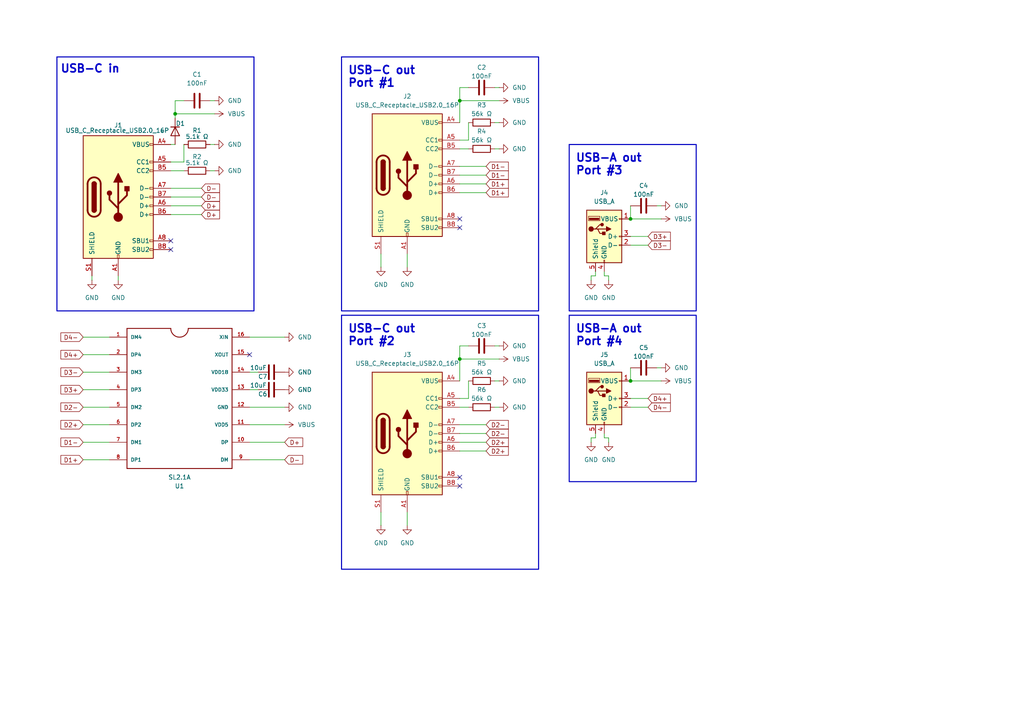
<source format=kicad_sch>
(kicad_sch (version 20250114) (generator "eeschema") (generator_version "9.0")
  (paper "A4")
  (lib_symbols
    (symbol "Connector:USB_A" (pin_names (offset 1.016))
      (property "Reference" "J" (at -5.08 11.43 0))
      (property "Value" "USB_A" (at -5.08 8.89 0))
      (symbol "USB_A_0_1"
        (rectangle (start -5.08 -7.62) (end 5.08 7.62) (stroke (width 0.254)) (fill (type background)))
        (circle (center -3.81 2.159) (radius 0.635) (stroke (width 0.254)) (fill (type outline)))
        (polyline (pts (xy -3.175 2.159) (xy -2.54 2.159) (xy -1.27 3.429) (xy -0.635 3.429)) (stroke (width 0.254)))
        (polyline (pts (xy -2.54 2.159) (xy -1.905 2.159) (xy -1.27 0.889) (xy 0 0.889)) (stroke (width 0.254)))
        (rectangle (start -1.524 4.826) (end -4.318 5.334) (fill (type outline)))
        (rectangle (start -1.27 4.572) (end -4.572 5.842))
        (circle (center -0.635 3.429) (radius 0.381) (stroke (width 0.254)) (fill (type outline)))
        (rectangle (start -0.127 -7.62) (end 0.127 -6.858))
        (rectangle (start 0.254 1.27) (end -0.508 0.508) (stroke (width 0.254)) (fill (type outline)))
        (polyline (pts (xy 0.635 2.794) (xy 0.635 1.524) (xy 1.905 2.159) (xy 0.635 2.794)) (stroke (width 0.254)) (fill (type outline)))
        (rectangle (start 5.08 4.953) (end 4.318 5.207))
        (rectangle (start 5.08 -0.127) (end 4.318 0.127))
        (rectangle (start 5.08 -2.667) (end 4.318 -2.413))
      )
      (symbol "USB_A_1_1"
        (polyline (pts (xy -1.905 2.159) (xy 0.635 2.159)) (stroke (width 0.254)))
        (pin passive line (at -2.54 -10.16 90) (length 2.54) (name "Shield") (number "5"))
        (pin power_in line (at 0 -10.16 90) (length 2.54) (name "GND") (number "4"))
        (pin power_in line (at 7.62 5.08 180) (length 2.54) (name "VBUS") (number "1"))
        (pin bidirectional line (at 7.62 0 180) (length 2.54) (name "D+") (number "3"))
        (pin bidirectional line (at 7.62 -2.54 180) (length 2.54) (name "D-") (number "2"))
      )
    )
    (symbol "Connector:USB_C_Receptacle_USB2.0_16P" (pin_names (offset 1.016))
      (property "Reference" "J" (at 0 22.225 0))
      (property "Value" "USB_C_Receptacle_USB2.0_16P" (at 0 19.685 0))
      (symbol "USB_C_Receptacle_USB2.0_16P_0_0"
        (rectangle (start -0.254 -17.78) (end 0.254 -16.764))
        (rectangle (start 10.16 15.494) (end 9.144 14.986))
        (rectangle (start 10.16 10.414) (end 9.144 9.906))
        (rectangle (start 10.16 7.874) (end 9.144 7.366))
        (rectangle (start 10.16 2.794) (end 9.144 2.286))
        (rectangle (start 10.16 0.254) (end 9.144 -0.254))
        (rectangle (start 10.16 -2.286) (end 9.144 -2.794))
        (rectangle (start 10.16 -4.826) (end 9.144 -5.334))
        (rectangle (start 10.16 -12.446) (end 9.144 -12.954))
        (rectangle (start 10.16 -14.986) (end 9.144 -15.494))
      )
      (symbol "USB_C_Receptacle_USB2.0_16P_0_1"
        (rectangle (start -10.16 17.78) (end 10.16 -17.78) (stroke (width 0.254)) (fill (type background)))
        (polyline (pts (xy -8.89 -3.81) (xy -8.89 3.81)) (stroke (width 0.508)))
        (rectangle (start -7.62 -3.81) (end -6.35 3.81) (stroke (width 0.254)) (fill (type outline)))
        (arc (start -7.62 3.81) (mid -6.985 4.4423) (end -6.35 3.81) (stroke (width 0.254)))
        (arc (start -7.62 3.81) (mid -6.985 4.4423) (end -6.35 3.81) (stroke (width 0.254)) (fill (type outline)))
        (arc (start -8.89 3.81) (mid -6.985 5.7067) (end -5.08 3.81) (stroke (width 0.508)))
        (arc (start -5.08 -3.81) (mid -6.985 -5.7067) (end -8.89 -3.81) (stroke (width 0.508)))
        (arc (start -6.35 -3.81) (mid -6.985 -4.4423) (end -7.62 -3.81) (stroke (width 0.254)))
        (arc (start -6.35 -3.81) (mid -6.985 -4.4423) (end -7.62 -3.81) (stroke (width 0.254)) (fill (type outline)))
        (polyline (pts (xy -5.08 3.81) (xy -5.08 -3.81)) (stroke (width 0.508)))
        (circle (center -2.54 1.143) (radius 0.635) (stroke (width 0.254)) (fill (type outline)))
        (polyline (pts (xy -1.27 4.318) (xy 0 6.858) (xy 1.27 4.318) (xy -1.27 4.318)) (stroke (width 0.254)) (fill (type outline)))
        (polyline (pts (xy 0 -2.032) (xy 2.54 0.508) (xy 2.54 1.778)) (stroke (width 0.508)))
        (polyline (pts (xy 0 -3.302) (xy -2.54 -0.762) (xy -2.54 0.508)) (stroke (width 0.508)))
        (polyline (pts (xy 0 -5.842) (xy 0 4.318)) (stroke (width 0.508)))
        (circle (center 0 -5.842) (radius 1.27) (fill (type outline)))
        (rectangle (start 1.905 1.778) (end 3.175 3.048) (stroke (width 0.254)) (fill (type outline)))
      )
      (symbol "USB_C_Receptacle_USB2.0_16P_1_1"
        (pin passive line (at -7.62 -22.86 90) (length 5.08) (name "SHIELD") (number "S1"))
        (pin passive line (at 0 -22.86 90) (length 5.08) (name "GND") (number "A1"))
        (pin passive line (at 0 -22.86 90) (length 5.08) (hide yes) (name "GND") (number "A12"))
        (pin passive line (at 0 -22.86 90) (length 5.08) (hide yes) (name "GND") (number "B1"))
        (pin passive line (at 0 -22.86 90) (length 5.08) (hide yes) (name "GND") (number "B12"))
        (pin passive line (at 15.24 15.24 180) (length 5.08) (name "VBUS") (number "A4"))
        (pin passive line (at 15.24 15.24 180) (length 5.08) (hide yes) (name "VBUS") (number "A9"))
        (pin passive line (at 15.24 15.24 180) (length 5.08) (hide yes) (name "VBUS") (number "B4"))
        (pin passive line (at 15.24 15.24 180) (length 5.08) (hide yes) (name "VBUS") (number "B9"))
        (pin bidirectional line (at 15.24 10.16 180) (length 5.08) (name "CC1") (number "A5"))
        (pin bidirectional line (at 15.24 7.62 180) (length 5.08) (name "CC2") (number "B5"))
        (pin bidirectional line (at 15.24 2.54 180) (length 5.08) (name "D-") (number "A7"))
        (pin bidirectional line (at 15.24 0 180) (length 5.08) (name "D-") (number "B7"))
        (pin bidirectional line (at 15.24 -2.54 180) (length 5.08) (name "D+") (number "A6"))
        (pin bidirectional line (at 15.24 -5.08 180) (length 5.08) (name "D+") (number "B6"))
        (pin bidirectional line (at 15.24 -12.7 180) (length 5.08) (name "SBU1") (number "A8"))
        (pin bidirectional line (at 15.24 -15.24 180) (length 5.08) (name "SBU2") (number "B8"))
      )
    )
    (symbol "Device:C" (pin_numbers (hide yes)) (pin_names (offset 0.254))
      (property "Reference" "C" (at 0.635 2.54 0))
      (property "Value" "C" (at 0.635 -2.54 0))
      (symbol "C_0_1"
        (polyline (pts (xy -2.032 0.762) (xy 2.032 0.762)) (stroke (width 0.508)))
        (polyline (pts (xy -2.032 -0.762) (xy 2.032 -0.762)) (stroke (width 0.508)))
      )
      (symbol "C_1_1"
        (pin passive line (at 0 3.81 270) (length 2.794) (name "~") (number "1"))
        (pin passive line (at 0 -3.81 90) (length 2.794) (name "~") (number "2"))
      )
    )
    (symbol "Device:R" (pin_numbers (hide yes)) (pin_names (offset 0))
      (property "Reference" "R" (at 2.032 0 90))
      (property "Value" "R" (at 0 0 90))
      (symbol "R_0_1"
        (rectangle (start -1.016 -2.54) (end 1.016 2.54) (stroke (width 0.254)))
      )
      (symbol "R_1_1"
        (pin passive line (at 0 3.81 270) (length 1.27) (name "~") (number "1"))
        (pin passive line (at 0 -3.81 90) (length 1.27) (name "~") (number "2"))
      )
    )
    (symbol "Diode:BAV16W" (pin_numbers (hide yes)) (pin_names (hide yes))
      (property "Reference" "D" (at 0 2.54 0))
      (property "Value" "BAV16W" (at 0 -2.54 0))
      (symbol "BAV16W_0_1"
        (polyline (pts (xy -1.27 1.27) (xy -1.27 -1.27)) (stroke (width 0.254)))
        (polyline (pts (xy 1.27 1.27) (xy 1.27 -1.27) (xy -1.27 0) (xy 1.27 1.27)) (stroke (width 0.254)))
        (polyline (pts (xy 1.27 0) (xy -1.27 0)))
      )
      (symbol "BAV16W_1_1"
        (pin passive line (at -3.81 0 0) (length 2.54) (name "K") (number "1"))
        (pin passive line (at 3.81 0 180) (length 2.54) (name "A") (number "2"))
      )
    )
    (symbol "SL2.1A:SL2.1A" (pin_names (offset 1.016))
      (property "Reference" "U" (at 0 22.86 0))
      (property "Value" "SL2.1A" (at 0 -22.86 0))
      (symbol "SL2.1A_0_0"
        (polyline (pts (xy -15.24 20.32) (xy -15.24 -20.32)) (stroke (width 0.254)))
        (polyline (pts (xy -15.24 -20.32) (xy 15.24 -20.32)) (stroke (width 0.254)))
        (polyline (pts (xy -2.54 20.32) (xy -15.24 20.32)) (stroke (width 0.254)))
        (arc (start 2.54 20.32) (mid 0 17.791) (end -2.54 20.32) (stroke (width 0.254)))
        (polyline (pts (xy 15.24 20.32) (xy 2.54 20.32)) (stroke (width 0.254)))
        (polyline (pts (xy 15.24 -20.32) (xy 15.24 20.32)) (stroke (width 0.254)))
        (pin bidirectional line (at -20.32 17.78 0) (length 5.08) (name "DM4") (number "1"))
        (pin bidirectional line (at -20.32 12.7 0) (length 5.08) (name "DP4") (number "2"))
        (pin bidirectional line (at -20.32 7.62 0) (length 5.08) (name "DM3") (number "3"))
        (pin bidirectional line (at -20.32 2.54 0) (length 5.08) (name "DP3") (number "4"))
        (pin bidirectional line (at -20.32 -2.54 0) (length 5.08) (name "DM2") (number "5"))
        (pin bidirectional line (at -20.32 -7.62 0) (length 5.08) (name "DP2") (number "6"))
        (pin bidirectional line (at -20.32 -12.7 0) (length 5.08) (name "DM1") (number "7"))
        (pin bidirectional line (at -20.32 -17.78 0) (length 5.08) (name "DP1") (number "8"))
        (pin bidirectional line (at 20.32 17.78 180) (length 5.08) (name "XIN") (number "16"))
        (pin bidirectional line (at 20.32 12.7 180) (length 5.08) (name "XOUT") (number "15"))
        (pin bidirectional line (at 20.32 7.62 180) (length 5.08) (name "VDD18") (number "14"))
        (pin bidirectional line (at 20.32 2.54 180) (length 5.08) (name "VDD33") (number "13"))
        (pin bidirectional line (at 20.32 -2.54 180) (length 5.08) (name "GND") (number "12"))
        (pin bidirectional line (at 20.32 -7.62 180) (length 5.08) (name "VDD5") (number "11"))
        (pin bidirectional line (at 20.32 -12.7 180) (length 5.08) (name "DP") (number "10"))
        (pin bidirectional line (at 20.32 -17.78 180) (length 5.08) (name "DM") (number "9"))
      )
    )
    (symbol "power:GND" (power) (pin_numbers (hide yes)) (pin_names (offset 0) (hide yes))
      (property "Value" "GND" (at 0 -3.81 0))
      (symbol "GND_0_1"
        (polyline (pts (xy 0 0) (xy 0 -1.27) (xy 1.27 -1.27) (xy 0 -2.54) (xy -1.27 -1.27) (xy 0 -1.27)))
      )
      (symbol "GND_1_1"
        (pin power_in line (at 0 0 270) (length 0) (name "~") (number "1"))
      )
    )
    (symbol "power:VBUS" (power) (pin_numbers (hide yes)) (pin_names (offset 0) (hide yes))
      (property "Value" "VBUS" (at 0 3.556 0))
      (symbol "VBUS_0_1"
        (polyline (pts (xy -0.762 1.27) (xy 0 2.54)))
        (polyline (pts (xy 0 2.54) (xy 0.762 1.27)))
        (polyline (pts (xy 0 0) (xy 0 2.54)))
      )
      (symbol "VBUS_1_1"
        (pin power_in line (at 0 0 90) (length 0) (name "~") (number "1"))
      )
    )
  )
  (rectangle (start 99.06 91.44) (end 156.21 165.1) (stroke (width 0.3048)))
  (rectangle (start 165.1 91.44) (end 201.93 139.7) (stroke (width 0.3048)))
  (rectangle (start 165.1 41.91) (end 201.93 90.17) (stroke (width 0.3048)))
  (rectangle (start 99.06 16.51) (end 156.21 90.17) (stroke (width 0.3048)))
  (rectangle (start 16.51 16.51) (end 73.66 90.17) (stroke (width 0.3048)))
  (text "USB-A out \nPort #4\n" (at 166.878 97.282 0) (effects (font (size 2.286 2.286) (thickness 0.4572) (bold yes)) (justify left)))
  (text "USB-C out \nPort #2\n" (at 100.838 97.282 0) (effects (font (size 2.286 2.286) (thickness 0.4572) (bold yes)) (justify left)))
  (text "USB-C in" (at 26.162 20.066 0) (effects (font (size 2.286 2.286) (thickness 0.4572) (bold yes))))
  (text "USB-A out \nPort #3\n" (at 166.878 47.752 0) (effects (font (size 2.286 2.286) (thickness 0.4572) (bold yes)) (justify left)))
  (text "USB-C out \nPort #1" (at 100.838 22.352 0) (effects (font (size 2.286 2.286) (thickness 0.4572) (bold yes)) (justify left)))
  (junction (at 133.35 104.14))
  (junction (at 50.8 33.02))
  (junction (at 182.88 63.5))
  (junction (at 133.35 29.21))
  (junction (at 182.88 110.49))
  (no_connect (at 133.35 138.43))
  (no_connect (at 133.35 140.97))
  (no_connect (at 133.35 63.5))
  (no_connect (at 72.39 102.87))
  (no_connect (at 49.53 72.39))
  (no_connect (at 133.35 66.04))
  (no_connect (at 49.53 69.85))
  (wire (pts (xy 82.55 133.35) (xy 72.39 133.35)))
  (wire (pts (xy 182.88 63.5) (xy 182.88 59.69)))
  (wire (pts (xy 171.45 80.01) (xy 171.45 81.28)))
  (wire (pts (xy 60.96 49.53) (xy 62.23 49.53)))
  (wire (pts (xy 50.8 34.29) (xy 50.8 33.02)))
  (wire (pts (xy 133.35 125.73) (xy 140.97 125.73)))
  (wire (pts (xy 110.49 148.59) (xy 110.49 152.4)))
  (wire (pts (xy 133.35 104.14) (xy 144.78 104.14)))
  (wire (pts (xy 133.35 55.88) (xy 140.97 55.88)))
  (wire (pts (xy 49.53 46.99) (xy 53.34 46.99)))
  (wire (pts (xy 133.35 43.18) (xy 135.89 43.18)))
  (wire (pts (xy 118.11 148.59) (xy 118.11 152.4)))
  (wire (pts (xy 143.51 118.11) (xy 144.78 118.11)))
  (wire (pts (xy 82.55 118.11) (xy 72.39 118.11)))
  (wire (pts (xy 24.13 128.27) (xy 31.75 128.27)))
  (wire (pts (xy 191.77 63.5) (xy 182.88 63.5)))
  (wire (pts (xy 176.53 80.01) (xy 176.53 81.28)))
  (wire (pts (xy 176.53 127) (xy 176.53 128.27)))
  (wire (pts (xy 133.35 100.33) (xy 135.89 100.33)))
  (wire (pts (xy 49.53 54.61) (xy 58.42 54.61)))
  (wire (pts (xy 133.35 130.81) (xy 140.97 130.81)))
  (wire (pts (xy 74.93 107.95) (xy 72.39 107.95)))
  (wire (pts (xy 133.35 48.26) (xy 140.97 48.26)))
  (wire (pts (xy 133.35 50.8) (xy 140.97 50.8)))
  (wire (pts (xy 143.51 110.49) (xy 144.78 110.49)))
  (wire (pts (xy 171.45 127) (xy 172.72 127)))
  (wire (pts (xy 176.53 80.01) (xy 175.26 80.01)))
  (wire (pts (xy 172.72 80.01) (xy 172.72 78.74)))
  (wire (pts (xy 135.89 35.56) (xy 135.89 40.64)))
  (wire (pts (xy 175.26 80.01) (xy 175.26 78.74)))
  (wire (pts (xy 143.51 43.18) (xy 144.78 43.18)))
  (wire (pts (xy 60.96 41.91) (xy 62.23 41.91)))
  (wire (pts (xy 182.88 110.49) (xy 182.88 106.68)))
  (wire (pts (xy 133.35 40.64) (xy 135.89 40.64)))
  (wire (pts (xy 133.35 104.14) (xy 133.35 100.33)))
  (wire (pts (xy 82.55 97.79) (xy 72.39 97.79)))
  (wire (pts (xy 133.35 115.57) (xy 135.89 115.57)))
  (wire (pts (xy 24.13 97.79) (xy 31.75 97.79)))
  (wire (pts (xy 143.51 35.56) (xy 144.78 35.56)))
  (wire (pts (xy 143.51 25.4) (xy 144.78 25.4)))
  (wire (pts (xy 49.53 57.15) (xy 58.42 57.15)))
  (wire (pts (xy 133.35 118.11) (xy 135.89 118.11)))
  (wire (pts (xy 24.13 113.03) (xy 31.75 113.03)))
  (wire (pts (xy 50.8 33.02) (xy 62.23 33.02)))
  (wire (pts (xy 175.26 127) (xy 175.26 125.73)))
  (wire (pts (xy 60.96 29.21) (xy 62.23 29.21)))
  (wire (pts (xy 74.93 113.03) (xy 72.39 113.03)))
  (wire (pts (xy 182.88 68.58) (xy 187.96 68.58)))
  (wire (pts (xy 191.77 59.69) (xy 190.5 59.69)))
  (wire (pts (xy 24.13 102.87) (xy 31.75 102.87)))
  (wire (pts (xy 171.45 127) (xy 171.45 128.27)))
  (wire (pts (xy 133.35 29.21) (xy 133.35 25.4)))
  (wire (pts (xy 31.75 118.11) (xy 24.13 118.11)))
  (wire (pts (xy 133.35 53.34) (xy 140.97 53.34)))
  (wire (pts (xy 110.49 73.66) (xy 110.49 77.47)))
  (wire (pts (xy 53.34 41.91) (xy 53.34 46.99)))
  (wire (pts (xy 182.88 118.11) (xy 187.96 118.11)))
  (wire (pts (xy 50.8 41.91) (xy 49.53 41.91)))
  (wire (pts (xy 133.35 35.56) (xy 133.35 29.21)))
  (wire (pts (xy 190.5 106.68) (xy 191.77 106.68)))
  (wire (pts (xy 176.53 127) (xy 175.26 127)))
  (wire (pts (xy 171.45 80.01) (xy 172.72 80.01)))
  (wire (pts (xy 133.35 29.21) (xy 144.78 29.21)))
  (wire (pts (xy 49.53 59.69) (xy 58.42 59.69)))
  (wire (pts (xy 50.8 29.21) (xy 50.8 33.02)))
  (wire (pts (xy 191.77 110.49) (xy 182.88 110.49)))
  (wire (pts (xy 182.88 115.57) (xy 187.96 115.57)))
  (wire (pts (xy 34.29 80.01) (xy 34.29 81.28)))
  (wire (pts (xy 82.55 128.27) (xy 72.39 128.27)))
  (wire (pts (xy 24.13 107.95) (xy 31.75 107.95)))
  (wire (pts (xy 172.72 127) (xy 172.72 125.73)))
  (wire (pts (xy 24.13 133.35) (xy 31.75 133.35)))
  (wire (pts (xy 135.89 110.49) (xy 135.89 115.57)))
  (wire (pts (xy 24.13 123.19) (xy 31.75 123.19)))
  (wire (pts (xy 133.35 123.19) (xy 140.97 123.19)))
  (wire (pts (xy 82.55 123.19) (xy 72.39 123.19)))
  (wire (pts (xy 49.53 49.53) (xy 53.34 49.53)))
  (wire (pts (xy 143.51 100.33) (xy 144.78 100.33)))
  (wire (pts (xy 182.88 71.12) (xy 187.96 71.12)))
  (wire (pts (xy 49.53 62.23) (xy 58.42 62.23)))
  (wire (pts (xy 118.11 73.66) (xy 118.11 77.47)))
  (wire (pts (xy 133.35 110.49) (xy 133.35 104.14)))
  (wire (pts (xy 133.35 128.27) (xy 140.97 128.27)))
  (wire (pts (xy 26.67 81.28) (xy 26.67 80.01)))
  (wire (pts (xy 50.8 29.21) (xy 53.34 29.21)))
  (wire (pts (xy 133.35 25.4) (xy 135.89 25.4)))
  (global_label "D+" (shape input) (at 82.55 128.27 0) (property "Intersheetrefs" "${INTERSHEET_REFS}" (effects (hide yes))))
  (global_label "D2-" (shape input) (at 24.13 118.11 180) (property "Intersheetrefs" "${INTERSHEET_REFS}" (effects (hide yes))))
  (global_label "D2-" (shape input) (at 140.97 123.19 0) (property "Intersheetrefs" "${INTERSHEET_REFS}" (effects (hide yes))))
  (global_label "D1-" (shape input) (at 140.97 48.26 0) (property "Intersheetrefs" "${INTERSHEET_REFS}" (effects (hide yes))))
  (global_label "D4-" (shape input) (at 187.96 118.11 0) (property "Intersheetrefs" "${INTERSHEET_REFS}" (effects (hide yes))))
  (global_label "D+" (shape input) (at 58.42 62.23 0) (property "Intersheetrefs" "${INTERSHEET_REFS}" (effects (hide yes))))
  (global_label "D4-" (shape input) (at 24.13 97.79 180) (property "Intersheetrefs" "${INTERSHEET_REFS}" (effects (hide yes))))
  (global_label "D3+" (shape input) (at 24.13 113.03 180) (property "Intersheetrefs" "${INTERSHEET_REFS}" (effects (hide yes))))
  (global_label "D3-" (shape input) (at 187.96 71.12 0) (property "Intersheetrefs" "${INTERSHEET_REFS}" (effects (hide yes))))
  (global_label "D2-" (shape input) (at 140.97 125.73 0) (property "Intersheetrefs" "${INTERSHEET_REFS}" (effects (hide yes))))
  (global_label "D+" (shape input) (at 58.42 59.69 0) (property "Intersheetrefs" "${INTERSHEET_REFS}" (effects (hide yes))))
  (global_label "D3+" (shape input) (at 187.96 68.58 0) (property "Intersheetrefs" "${INTERSHEET_REFS}" (effects (hide yes))))
  (global_label "D2+" (shape input) (at 24.13 123.19 180) (property "Intersheetrefs" "${INTERSHEET_REFS}" (effects (hide yes))))
  (global_label "D4+" (shape input) (at 187.96 115.57 0) (property "Intersheetrefs" "${INTERSHEET_REFS}" (effects (hide yes))))
  (global_label "D1-" (shape input) (at 140.97 50.8 0) (property "Intersheetrefs" "${INTERSHEET_REFS}" (effects (hide yes))))
  (global_label "D-" (shape input) (at 58.42 54.61 0) (property "Intersheetrefs" "${INTERSHEET_REFS}" (effects (hide yes))))
  (global_label "D2+" (shape input) (at 140.97 128.27 0) (property "Intersheetrefs" "${INTERSHEET_REFS}" (effects (hide yes))))
  (global_label "D-" (shape input) (at 58.42 57.15 0) (property "Intersheetrefs" "${INTERSHEET_REFS}" (effects (hide yes))))
  (global_label "D1-" (shape input) (at 24.13 128.27 180) (property "Intersheetrefs" "${INTERSHEET_REFS}" (effects (hide yes))))
  (global_label "D4+" (shape input) (at 24.13 102.87 180) (property "Intersheetrefs" "${INTERSHEET_REFS}" (effects (hide yes))))
  (global_label "D1+" (shape input) (at 140.97 55.88 0) (property "Intersheetrefs" "${INTERSHEET_REFS}" (effects (hide yes))))
  (global_label "D1+" (shape input) (at 140.97 53.34 0) (property "Intersheetrefs" "${INTERSHEET_REFS}" (effects (hide yes))))
  (global_label "D1+" (shape input) (at 24.13 133.35 180) (property "Intersheetrefs" "${INTERSHEET_REFS}" (effects (hide yes))))
  (global_label "D3-" (shape input) (at 24.13 107.95 180) (property "Intersheetrefs" "${INTERSHEET_REFS}" (effects (hide yes))))
  (global_label "D2+" (shape input) (at 140.97 130.81 0) (property "Intersheetrefs" "${INTERSHEET_REFS}" (effects (hide yes))))
  (global_label "D-" (shape input) (at 82.55 133.35 0) (property "Intersheetrefs" "${INTERSHEET_REFS}" (effects (hide yes))))
  (symbol (lib_id "power:GND") (at 82.55 107.95 90) (unit 1)
    (property "Reference" "#PWR030" (effects (hide yes)))
    (property "Value" "GND" (at 86.36 107.9501 90) (effects (justify right)))
    (property "Description" "Power symbol creates a global label with name \"GND\" , ground" (effects (hide yes)))
  )
  (symbol (lib_id "power:VBUS") (at 82.55 123.19 270) (unit 1)
    (property "Reference" "#PWR028" (effects (hide yes)))
    (property "Value" "VBUS" (at 86.36 123.1901 90) (effects (justify left)))
    (property "Description" "Power symbol creates a global label with name \"VBUS\"" (effects (hide yes)))
  )
  (symbol (lib_id "power:GND") (at 144.78 25.4 90) (unit 1)
    (property "Reference" "#PWR023" (effects (hide yes)))
    (property "Value" "GND" (at 148.59 25.3999 90) (effects (justify right)))
    (property "Description" "Power symbol creates a global label with name \"GND\" , ground" (effects (hide yes)))
  )
  (symbol (lib_id "power:GND") (at 118.11 152.4 0) (unit 1)
    (property "Reference" "#PWR013" (effects (hide yes)))
    (property "Value" "GND" (at 118.11 157.48 0))
    (property "Description" "Power symbol creates a global label with name \"GND\" , ground" (effects (hide yes)))
  )
  (symbol (lib_id "power:GND") (at 26.67 81.28 0) (unit 1)
    (property "Reference" "#PWR05" (effects (hide yes)))
    (property "Value" "GND" (at 26.67 86.36 0))
    (property "Description" "Power symbol creates a global label with name \"GND\" , ground" (effects (hide yes)))
  )
  (symbol (lib_id "power:GND") (at 62.23 41.91 90) (unit 1)
    (property "Reference" "#PWR03" (effects (hide yes)))
    (property "Value" "GND" (at 66.04 41.9099 90) (effects (justify right)))
    (property "Description" "Power symbol creates a global label with name \"GND\" , ground" (effects (hide yes)))
  )
  (symbol (lib_id "Connector:USB_C_Receptacle_USB2.0_16P") (at 34.29 57.15 0) (unit 1)
    (property "Reference" "J1" (at 34.29 36.322 0))
    (property "Value" "USB_C_Receptacle_USB2.0_16P" (at 34.036 37.846 0))
    (property "Footprint" "Connector_USB:USB_C_Receptacle_HRO_TYPE-C-31-M-12" (effects (hide yes)))
    (property "Datasheet" "https://www.usb.org/sites/default/files/documents/usb_type-c.zip" (effects (hide yes)))
    (property "Description" "USB 2.0-only 16P Type-C Receptacle connector" (effects (hide yes)))
    (property "LCSC" "C3197885" (effects (hide yes)))
  )
  (symbol (lib_id "Device:R") (at 139.7 35.56 90) (unit 1)
    (property "Reference" "R3" (at 139.7 30.48 90))
    (property "Value" "56k Ω" (at 139.7 33.02 90))
    (property "Footprint" "Resistor_SMD:R_0805_2012Metric" (effects (hide yes)))
    (property "Description" "Resistor" (effects (hide yes)))
    (property "LCSC" "C17756" (effects (hide yes)))
  )
  (symbol (lib_id "Device:C") (at 139.7 100.33 90) (unit 1)
    (property "Reference" "C3" (at 139.7 94.488 90))
    (property "Value" "100nF" (at 139.7 97.028 90))
    (property "Footprint" "Capacitor_SMD:C_0805_2012Metric" (effects (hide yes)))
    (property "Description" "Unpolarized capacitor" (effects (hide yes)))
    (property "LCSC" "C48579599" (effects (hide yes)))
  )
  (symbol (lib_id "Device:C") (at 78.74 113.03 90) (unit 1)
    (property "Reference" "C6" (at 76.2 114.3 90))
    (property "Value" "10uF" (at 74.93 111.76 90))
    (property "Footprint" "Capacitor_SMD:C_0805_2012Metric" (effects (hide yes)))
    (property "Description" "Unpolarized capacitor" (effects (hide yes)))
    (property "LCSC" "C48579582" (effects (hide yes)))
  )
  (symbol (lib_id "Device:C") (at 57.15 29.21 90) (unit 1)
    (property "Reference" "C1" (at 57.15 21.59 90))
    (property "Value" "100nF" (at 57.15 24.13 90))
    (property "Footprint" "Capacitor_SMD:C_0805_2012Metric" (effects (hide yes)))
    (property "Description" "Unpolarized capacitor" (effects (hide yes)))
    (property "LCSC" "C48579599 " (effects (hide yes)))
  )
  (symbol (lib_id "power:GND") (at 171.45 81.28 0) (unit 1)
    (property "Reference" "#PWR018" (effects (hide yes)))
    (property "Value" "GND" (at 171.45 86.36 0))
    (property "Description" "Power symbol creates a global label with name \"GND\" , ground" (effects (hide yes)))
  )
  (symbol (lib_id "Connector:USB_A") (at 175.26 68.58 0) (unit 1)
    (property "Reference" "J4" (at 175.26 55.88 0))
    (property "Value" "USB_A" (at 175.26 58.42 0))
    (property "Footprint" "Connector_USB:USB_A_Molex_67643_Horizontal" (effects (hide yes)))
    (property "Description" "USB Type A connector" (effects (hide yes)))
    (property "LCSC" "C2798029" (effects (hide yes)))
  )
  (symbol (lib_id "Diode:BAV16W") (at 50.8 38.1 270) (unit 1)
    (property "Reference" "D1" (at 52.324 35.814 90))
    (property "Value" "~" (at 46.99 38.1 0))
    (property "Footprint" "Diode_SMD:D_SMA" (effects (hide yes)))
    (property "LCSC" "C154551" (effects (hide yes)))
  )
  (symbol (lib_id "power:GND") (at 82.55 118.11 90) (unit 1)
    (property "Reference" "#PWR027" (effects (hide yes)))
    (property "Value" "GND" (at 86.36 118.1101 90) (effects (justify right)))
    (property "Description" "Power symbol creates a global label with name \"GND\" , ground" (effects (hide yes)))
  )
  (symbol (lib_id "power:GND") (at 144.78 100.33 90) (unit 1)
    (property "Reference" "#PWR024" (effects (hide yes)))
    (property "Value" "GND" (at 148.59 100.3299 90) (effects (justify right)))
    (property "Description" "Power symbol creates a global label with name \"GND\" , ground" (effects (hide yes)))
  )
  (symbol (lib_id "power:VBUS") (at 144.78 104.14 270) (unit 1)
    (property "Reference" "#PWR014" (effects (hide yes)))
    (property "Value" "VBUS" (at 148.59 104.1399 90) (effects (justify left)))
    (property "Description" "Power symbol creates a global label with name \"VBUS\"" (effects (hide yes)))
  )
  (symbol (lib_id "power:GND") (at 144.78 110.49 90) (unit 1)
    (property "Reference" "#PWR015" (effects (hide yes)))
    (property "Value" "GND" (at 148.59 110.4899 90) (effects (justify right)))
    (property "Description" "Power symbol creates a global label with name \"GND\" , ground" (effects (hide yes)))
  )
  (symbol (lib_id "power:GND") (at 144.78 43.18 90) (unit 1)
    (property "Reference" "#PWR09" (effects (hide yes)))
    (property "Value" "GND" (at 148.59 43.1799 90) (effects (justify right)))
    (property "Description" "Power symbol creates a global label with name \"GND\" , ground" (effects (hide yes)))
  )
  (symbol (lib_id "power:GND") (at 191.77 106.68 90) (unit 1)
    (property "Reference" "#PWR026" (effects (hide yes)))
    (property "Value" "GND" (at 195.58 106.6799 90) (effects (justify right)))
    (property "Description" "Power symbol creates a global label with name \"GND\" , ground" (effects (hide yes)))
  )
  (symbol (lib_id "power:GND") (at 110.49 77.47 0) (unit 1)
    (property "Reference" "#PWR010" (effects (hide yes)))
    (property "Value" "GND" (at 110.49 82.55 0))
    (property "Description" "Power symbol creates a global label with name \"GND\" , ground" (effects (hide yes)))
  )
  (symbol (lib_id "power:GND") (at 110.49 152.4 0) (unit 1)
    (property "Reference" "#PWR012" (effects (hide yes)))
    (property "Value" "GND" (at 110.49 157.48 0))
    (property "Description" "Power symbol creates a global label with name \"GND\" , ground" (effects (hide yes)))
  )
  (symbol (lib_id "power:VBUS") (at 144.78 29.21 270) (unit 1)
    (property "Reference" "#PWR07" (effects (hide yes)))
    (property "Value" "VBUS" (at 148.59 29.2099 90) (effects (justify left)))
    (property "Description" "Power symbol creates a global label with name \"VBUS\"" (effects (hide yes)))
  )
  (symbol (lib_id "Connector:USB_C_Receptacle_USB2.0_16P") (at 118.11 50.8 0) (unit 1)
    (property "Reference" "J2" (at 118.11 27.94 0))
    (property "Value" "USB_C_Receptacle_USB2.0_16P" (at 118.11 30.48 0))
    (property "Footprint" "Connector_USB:USB_C_Receptacle_HRO_TYPE-C-31-M-12" (effects (hide yes)))
    (property "Datasheet" "https://www.usb.org/sites/default/files/documents/usb_type-c.zip" (effects (hide yes)))
    (property "Description" "USB 2.0-only 16P Type-C Receptacle connector" (effects (hide yes)))
    (property "LCSC" "C3197885" (effects (hide yes)))
  )
  (symbol (lib_id "power:GND") (at 62.23 49.53 90) (unit 1)
    (property "Reference" "#PWR04" (effects (hide yes)))
    (property "Value" "GND" (at 66.04 49.5299 90) (effects (justify right)))
    (property "Description" "Power symbol creates a global label with name \"GND\" , ground" (effects (hide yes)))
  )
  (symbol (lib_id "power:VBUS") (at 191.77 110.49 270) (unit 1)
    (property "Reference" "#PWR022" (effects (hide yes)))
    (property "Value" "VBUS" (at 195.58 110.4899 90) (effects (justify left)))
    (property "Description" "Power symbol creates a global label with name \"VBUS\"" (effects (hide yes)))
  )
  (symbol (lib_id "power:VBUS") (at 191.77 63.5 270) (unit 1)
    (property "Reference" "#PWR017" (effects (hide yes)))
    (property "Value" "VBUS" (at 195.58 63.4999 90) (effects (justify left)))
    (property "Description" "Power symbol creates a global label with name \"VBUS\"" (effects (hide yes)))
  )
  (symbol (lib_id "power:VBUS") (at 62.23 33.02 270) (unit 1)
    (property "Reference" "#PWR01" (effects (hide yes)))
    (property "Value" "VBUS" (at 66.04 33.0199 90) (effects (justify left)))
    (property "Description" "Power symbol creates a global label with name \"VBUS\"" (effects (hide yes)))
  )
  (symbol (lib_id "Connector:USB_A") (at 175.26 115.57 0) (unit 1)
    (property "Reference" "J5" (at 175.26 102.87 0))
    (property "Value" "USB_A" (at 175.26 105.41 0))
    (property "Footprint" "Connector_USB:USB_A_Molex_67643_Horizontal" (effects (hide yes)))
    (property "Description" "C2798029" (effects (hide yes)))
  )
  (symbol (lib_id "Device:C") (at 186.69 59.69 90) (unit 1)
    (property "Reference" "C4" (at 186.69 53.848 90))
    (property "Value" "100nF" (at 186.69 56.388 90))
    (property "Footprint" "Capacitor_SMD:C_0805_2012Metric" (effects (hide yes)))
    (property "Description" "Unpolarized capacitor" (effects (hide yes)))
    (property "LCSC" "C48579599" (effects (hide yes)))
  )
  (symbol (lib_id "Device:C") (at 186.69 106.68 90) (unit 1)
    (property "Reference" "C5" (at 186.69 100.838 90))
    (property "Value" "100nF" (at 186.69 103.378 90))
    (property "Footprint" "Capacitor_SMD:C_0805_2012Metric" (effects (hide yes)))
    (property "Description" "Unpolarized capacitor" (effects (hide yes)))
    (property "LCSC" "C48579599" (effects (hide yes)))
  )
  (symbol (lib_id "Device:R") (at 57.15 41.91 90) (unit 1)
    (property "Reference" "R1" (at 57.15 37.846 90))
    (property "Value" "5.1k Ω" (at 57.15 39.624 90))
    (property "Footprint" "Resistor_SMD:R_0805_2012Metric" (effects (hide yes)))
    (property "Description" "Resistor" (effects (hide yes)))
    (property "LCSC" "C27834" (effects (hide yes)))
  )
  (symbol (lib_id "Device:R") (at 139.7 118.11 90) (unit 1)
    (property "Reference" "R6" (at 139.7 113.03 90))
    (property "Value" "56k Ω" (at 139.7 115.57 90))
    (property "Footprint" "Resistor_SMD:R_0805_2012Metric" (effects (hide yes)))
    (property "Description" "Resistor" (effects (hide yes)))
    (property "LCSC" "C17756" (effects (hide yes)))
  )
  (symbol (lib_id "power:GND") (at 176.53 81.28 0) (unit 1)
    (property "Reference" "#PWR019" (effects (hide yes)))
    (property "Value" "GND" (at 176.53 86.36 0))
    (property "Description" "Power symbol creates a global label with name \"GND\" , ground" (effects (hide yes)))
  )
  (symbol (lib_id "power:GND") (at 82.55 97.79 90) (unit 1)
    (property "Reference" "#PWR029" (effects (hide yes)))
    (property "Value" "GND" (at 86.36 97.7901 90) (effects (justify right)))
    (property "Description" "Power symbol creates a global label with name \"GND\" , ground" (effects (hide yes)))
  )
  (symbol (lib_id "Device:R") (at 57.15 49.53 90) (unit 1)
    (property "Reference" "R2" (at 57.15 45.466 90))
    (property "Value" "5.1k Ω" (at 57.15 47.244 90))
    (property "Footprint" "Resistor_SMD:R_0805_2012Metric" (effects (hide yes)))
    (property "Description" "Resistor" (effects (hide yes)))
    (property "LCSC" "C27834" (effects (hide yes)))
  )
  (symbol (lib_id "SL2.1A:SL2.1A") (at 52.07 115.57 0) (unit 1)
    (property "Reference" "U1" (at 52.07 140.97 0))
    (property "Value" "SL2.1A" (at 52.07 138.43 0))
    (property "Footprint" "SL2.1A:SO16" (effects (hide yes)))
    (property "MF" "CoreChips ShenZhen CO.,Ltd" (effects (hide yes)))
    (property "Description_1" "USB 2.0 HIGH SPEED 4-PORT HUB CONTROLLER" (effects (hide yes)))
    (property "SnapEDA_Link" "https://www.snapeda.com/parts/SL2.1A/CoreChips+ShenZhen+CO.%252CLtd/view-part/?ref=snap" (effects (hide yes)))
    (property "MP" "SL2.1A" (effects (hide yes)))
    (property "LCSC" "C192893" (effects (hide yes)))
  )
  (symbol (lib_id "power:GND") (at 144.78 35.56 90) (unit 1)
    (property "Reference" "#PWR08" (effects (hide yes)))
    (property "Value" "GND" (at 148.59 35.5599 90) (effects (justify right)))
    (property "Description" "Power symbol creates a global label with name \"GND\" , ground" (effects (hide yes)))
  )
  (symbol (lib_id "Device:R") (at 139.7 110.49 90) (unit 1)
    (property "Reference" "R5" (at 139.7 105.41 90))
    (property "Value" "56k Ω" (at 139.7 107.95 90))
    (property "Footprint" "Resistor_SMD:R_0805_2012Metric" (effects (hide yes)))
    (property "Description" "Resistor" (effects (hide yes)))
    (property "LCSC" "C17756" (effects (hide yes)))
  )
  (symbol (lib_id "power:GND") (at 176.53 128.27 0) (unit 1)
    (property "Reference" "#PWR021" (effects (hide yes)))
    (property "Value" "GND" (at 176.53 133.35 0))
    (property "Description" "Power symbol creates a global label with name \"GND\" , ground" (effects (hide yes)))
  )
  (symbol (lib_id "Device:C") (at 139.7 25.4 90) (unit 1)
    (property "Reference" "C2" (at 139.7 19.558 90))
    (property "Value" "100nF" (at 139.7 22.098 90))
    (property "Footprint" "Capacitor_SMD:C_0805_2012Metric" (effects (hide yes)))
    (property "Description" "Unpolarized capacitor" (effects (hide yes)))
    (property "LCSC" "C48579599" (effects (hide yes)))
  )
  (symbol (lib_id "Connector:USB_C_Receptacle_USB2.0_16P") (at 118.11 125.73 0) (unit 1)
    (property "Reference" "J3" (at 118.11 102.87 0))
    (property "Value" "USB_C_Receptacle_USB2.0_16P" (at 118.11 105.41 0))
    (property "Footprint" "Connector_USB:USB_C_Receptacle_HRO_TYPE-C-31-M-12" (effects (hide yes)))
    (property "Datasheet" "https://www.usb.org/sites/default/files/documents/usb_type-c.zip" (effects (hide yes)))
    (property "Description" "USB 2.0-only 16P Type-C Receptacle connector" (effects (hide yes)))
    (property "LCSC" "C3197885" (effects (hide yes)))
  )
  (symbol (lib_id "power:GND") (at 191.77 59.69 90) (unit 1)
    (property "Reference" "#PWR025" (effects (hide yes)))
    (property "Value" "GND" (at 195.58 59.6899 90) (effects (justify right)))
    (property "Description" "Power symbol creates a global label with name \"GND\" , ground" (effects (hide yes)))
  )
  (symbol (lib_id "power:GND") (at 144.78 118.11 90) (unit 1)
    (property "Reference" "#PWR016" (effects (hide yes)))
    (property "Value" "GND" (at 148.59 118.1099 90) (effects (justify right)))
    (property "Description" "Power symbol creates a global label with name \"GND\" , ground" (effects (hide yes)))
  )
  (symbol (lib_id "power:GND") (at 171.45 128.27 0) (unit 1)
    (property "Reference" "#PWR020" (effects (hide yes)))
    (property "Value" "GND" (at 171.45 133.35 0))
    (property "Description" "Power symbol creates a global label with name \"GND\" , ground" (effects (hide yes)))
  )
  (symbol (lib_id "Device:R") (at 139.7 43.18 90) (unit 1)
    (property "Reference" "R4" (at 139.7 38.1 90))
    (property "Value" "56k Ω" (at 139.7 40.64 90))
    (property "Footprint" "Resistor_SMD:R_0805_2012Metric" (effects (hide yes)))
    (property "Description" "Resistor" (effects (hide yes)))
    (property "LCSC" "C17756" (effects (hide yes)))
  )
  (symbol (lib_id "power:GND") (at 34.29 81.28 0) (unit 1)
    (property "Reference" "#PWR06" (effects (hide yes)))
    (property "Value" "GND" (at 34.29 86.36 0))
    (property "Description" "Power symbol creates a global label with name \"GND\" , ground" (effects (hide yes)))
  )
  (symbol (lib_id "power:GND") (at 62.23 29.21 90) (unit 1)
    (property "Reference" "#PWR02" (effects (hide yes)))
    (property "Value" "GND" (at 66.04 29.2099 90) (effects (justify right)))
    (property "Description" "Power symbol creates a global label with name \"GND\" , ground" (effects (hide yes)))
  )
  (symbol (lib_id "power:GND") (at 118.11 77.47 0) (unit 1)
    (property "Reference" "#PWR011" (effects (hide yes)))
    (property "Value" "GND" (at 118.11 82.55 0))
    (property "Description" "Power symbol creates a global label with name \"GND\" , ground" (effects (hide yes)))
  )
  (symbol (lib_id "Device:C") (at 78.74 107.95 90) (unit 1)
    (property "Reference" "C7" (at 76.2 109.22 90))
    (property "Value" "10uF" (at 74.93 106.68 90))
    (property "Footprint" "Capacitor_SMD:C_0805_2012Metric" (effects (hide yes)))
    (property "Description" "Unpolarized capacitor" (effects (hide yes)))
    (property "LCSC" "C48579582" (effects (hide yes)))
  )
  (symbol (lib_id "power:GND") (at 82.55 113.03 90) (unit 1)
    (property "Reference" "#PWR031" (effects (hide yes)))
    (property "Value" "GND" (at 86.36 113.0301 90) (effects (justify right)))
    (property "Description" "Power symbol creates a global label with name \"GND\" , ground" (effects (hide yes)))
  )
)
</source>
